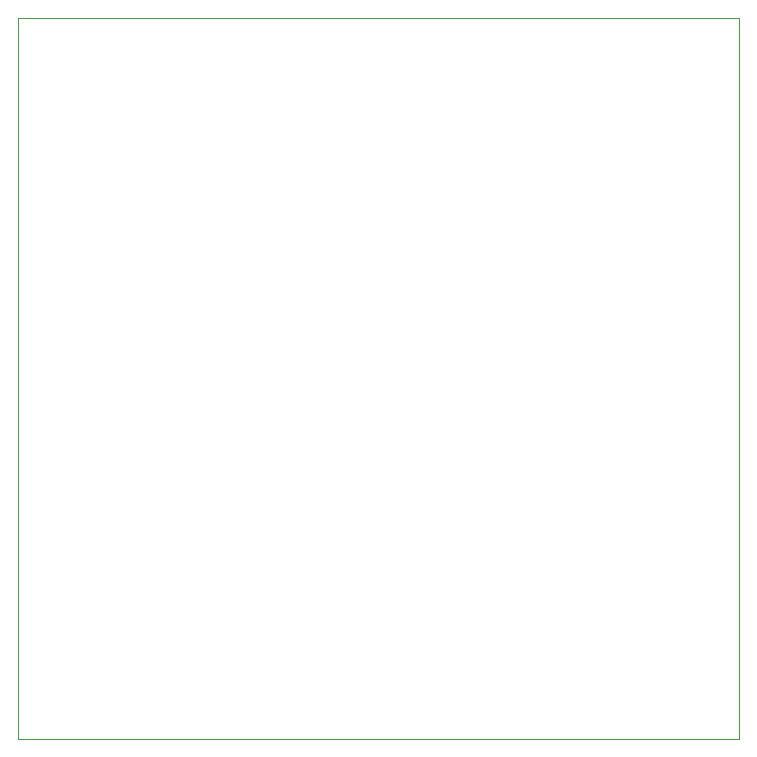
<source format=gbr>
%TF.GenerationSoftware,KiCad,Pcbnew,(5.1.10)-1*%
%TF.CreationDate,2021-06-03T16:28:04-04:00*%
%TF.ProjectId,Flex_Adapter,466c6578-5f41-4646-9170-7465722e6b69,v1*%
%TF.SameCoordinates,Original*%
%TF.FileFunction,Profile,NP*%
%FSLAX46Y46*%
G04 Gerber Fmt 4.6, Leading zero omitted, Abs format (unit mm)*
G04 Created by KiCad (PCBNEW (5.1.10)-1) date 2021-06-03 16:28:04*
%MOMM*%
%LPD*%
G01*
G04 APERTURE LIST*
%TA.AperFunction,Profile*%
%ADD10C,0.050000*%
%TD*%
G04 APERTURE END LIST*
D10*
X112000000Y-135000000D02*
X112000000Y-74000000D01*
X173000000Y-135000000D02*
X112000000Y-135000000D01*
X173000000Y-74000000D02*
X173000000Y-135000000D01*
X112000000Y-74000000D02*
X173000000Y-74000000D01*
M02*

</source>
